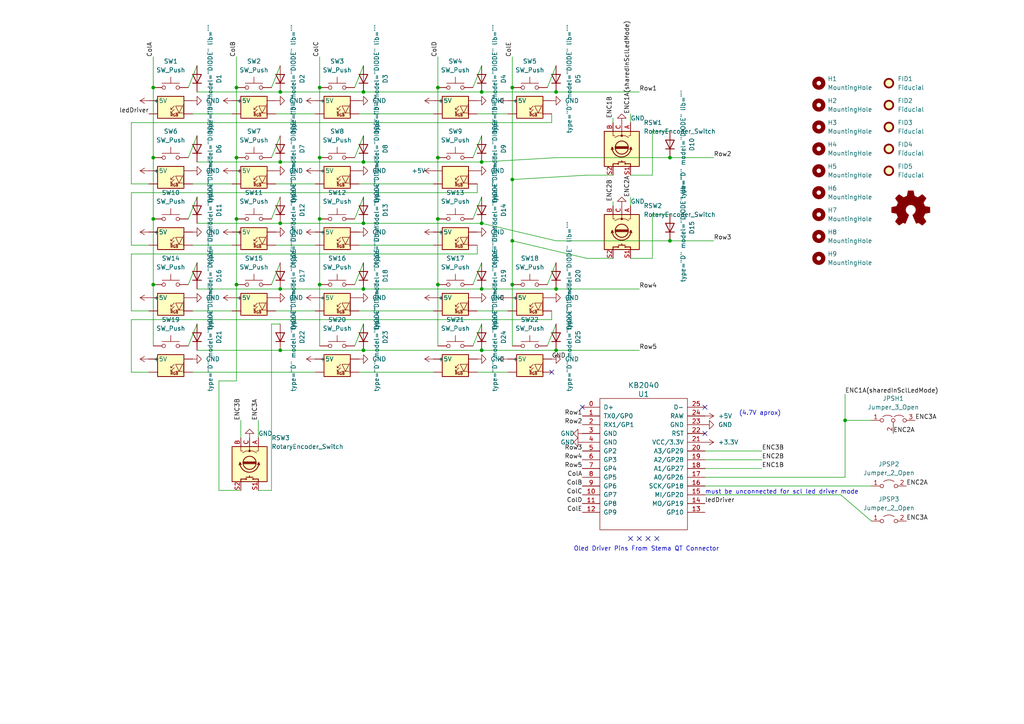
<source format=kicad_sch>
(kicad_sch (version 20211123) (generator eeschema)
  (paper "A4")
  (title_block (title "SouthPaw") (rev "ES2") (company "PeteCB"))
  (lib_symbols
    (symbol "Device:RotaryEncoder_Switch" (pin_names (offset 0.254) hide)
      (property "Reference" "SW" (at 0 6.604 0))
      (property "Value" "RotaryEncoder_Switch" (at 0 -6.604 0))
      (symbol "RotaryEncoder_Switch_1_1"
        (pin passive line (at -7.62 2.54 0) (length 2.54) (name "A") (number "A"))
        (pin passive line (at -7.62 -2.54 0) (length 2.54) (name "B") (number "B"))
        (pin passive line (at -7.62 0 0) (length 2.54) (name "C") (number "C"))
        (pin passive line (at 7.62 2.54 180) (length 2.54) (name "S1") (number "S1"))
        (pin passive line (at 7.62 -2.54 180) (length 2.54) (name "S2") (number "S2"))
      )
    )
    (symbol "Graphic:Logo_Open_Hardware_Small" (pin_names (offset 1.016)))
    (symbol "Jumper:Jumper_2_Open" (pin_names (offset 0) hide)
      (property "Reference" "JP" (at 0 2.794 0))
      (property "Value" "Jumper_2_Open" (at 0 -2.286 0))
      (symbol "Jumper_2_Open_1_1"
        (pin passive line (at -5.08 0 0) (length 2.54) (name "A") (number "1"))
        (pin passive line (at 5.08 0 180) (length 2.54) (name "B") (number "2"))
      )
    )
    (symbol "Jumper:Jumper_3_Open" (pin_names (offset 0) hide)
      (property "Reference" "JP" (at -2.54 -2.54 0))
      (property "Value" "Jumper_3_Open" (at 0 2.794 0))
      (symbol "Jumper_3_Open_1_1"
        (pin passive line (at -6.35 0 0) (length 2.54) (name "A") (number "1"))
        (pin passive line (at 0 -3.81 90) (length 2.54) (name "C") (number "2"))
        (pin passive line (at 6.35 0 180) (length 2.54) (name "B") (number "3"))
      )
    )
    (symbol "Mechanical:Fiducial"
      (property "Reference" "FID" (at 0 5.08 0))
      (property "Value" "Fiducial" (at 0 3.175 0))
    )
    (symbol "Mechanical:MountingHole" (pin_names (offset 1.016))
      (property "Reference" "H" (at 0 5.08 0))
      (property "Value" "MountingHole" (at 0 3.175 0))
    )
    (symbol "MountingHole_1" (pin_names (offset 1.016))
      (property "Reference" "H" (at 0 5.08 0))
      (property "Value" "MountingHole_1" (at 0 3.175 0))
    )
    (symbol "PeteCB:KB2040_pins_only" (pin_names (offset 1.016))
      (property "Reference" "U1" (at 0 20.32 0))
      (property "Value" "KB2040" (at 0 22.86 0))
      (symbol "KB2040_pins_only_1_1"
        (pin input line (at -17.78 16.51 0) (length 5.08) (name "D+") (number "0"))
        (pin input line (at -17.78 13.97 0) (length 5.08) (name "TX0/GP0") (number "1"))
        (pin input line (at -17.78 -8.89 0) (length 5.08) (name "GP7") (number "10"))
        (pin input line (at -17.78 -11.43 0) (length 5.08) (name "GP8") (number "11"))
        (pin input line (at -17.78 -13.97 0) (length 5.08) (name "GP9") (number "12"))
        (pin input line (at 17.78 -13.97 180) (length 5.08) (name "GP10") (number "13"))
        (pin input line (at 17.78 -11.43 180) (length 5.08) (name "MO/GP19") (number "14"))
        (pin input line (at 17.78 -8.89 180) (length 5.08) (name "MI/GP20") (number "15"))
        (pin input line (at 17.78 -6.35 180) (length 5.08) (name "SCK/GP18") (number "16"))
        (pin input line (at 17.78 -3.81 180) (length 5.08) (name "A0/GP26") (number "17"))
        (pin input line (at 17.78 -1.27 180) (length 5.08) (name "A1/GP27") (number "18"))
        (pin input line (at 17.78 1.27 180) (length 5.08) (name "A2/GP28") (number "19"))
        (pin input line (at -17.78 11.43 0) (length 5.08) (name "RX1/GP1") (number "2"))
        (pin input line (at 17.78 3.81 180) (length 5.08) (name "A3/GP29") (number "20"))
        (pin power_out line (at 17.78 6.35 180) (length 5.08) (name "VCC/3.3V") (number "21"))
        (pin input line (at 17.78 8.89 180) (length 5.08) (name "RST") (number "22"))
        (pin power_out line (at 17.78 11.43 180) (length 5.08) (name "GND") (number "23"))
        (pin power_out line (at 17.78 13.97 180) (length 5.08) (name "RAW") (number "24"))
        (pin input line (at 17.78 16.51 180) (length 5.08) (name "D-") (number "25"))
        (pin power_out line (at -17.78 8.89 0) (length 5.08) (name "GND") (number "3"))
        (pin power_out line (at -17.78 6.35 0) (length 5.08) (name "GND") (number "4"))
        (pin input line (at -17.78 3.81 0) (length 5.08) (name "GP2") (number "5"))
        (pin input line (at -17.78 1.27 0) (length 5.08) (name "GP3") (number "6"))
        (pin input line (at -17.78 -1.27 0) (length 5.08) (name "GP4") (number "7"))
        (pin input line (at -17.78 -3.81 0) (length 5.08) (name "GP5") (number "8"))
        (pin input line (at -17.78 -6.35 0) (length 5.08) (name "GP6") (number "9"))
      )
    )
    (symbol "PeteCB:SW_Push_With_WS2812" (pin_numbers hide) (pin_names (offset 1.016) hide)
      (property "Reference" "SW" (at 1.27 2.54 0))
      (property "Value" "SW_Push_With_WS2812" (at 0 -1.524 0))
      (symbol "SW_Push_With_WS2812_0_0"
        (text "RGB" (at 1.016 -8.001 0) (effects (font (size 0.762 0.762))))
      )
      (symbol "SW_Push_With_WS2812_0_1"
        (pin passive line (at -5.08 0 0) (length 2.54) (name "sw1") (number "11"))
        (pin passive line (at 5.08 0 180) (length 2.54) (name "sw2") (number "12"))
      )
      (symbol "SW_Push_With_WS2812_1_1"
        (pin power_in line (at -6.35 -3.81 0) (length 2.54) (name "ledVDD") (number "21"))
        (pin output line (at 6.35 -7.62 180) (length 2.54) (name "ledDOUT") (number "22"))
        (pin power_in line (at 6.35 -3.81 180) (length 2.54) (name "ledGND") (number "23"))
        (pin input line (at -6.35 -7.62 0) (length 2.54) (name "ledDIN") (number "24"))
      )
    )
    (symbol "Simulation_SPICE:DIODE" (pin_numbers hide) (pin_names (offset 1.016) hide)
      (property "Reference" "D" (at 0 2.54 0))
      (property "Value" "DIODE" (at 0 -2.54 0))
      (symbol "DIODE_1_1"
        (pin passive line (at -3.81 0 0) (length 2.54) (name "A") (number "1"))
        (pin passive line (at 3.81 0 180) (length 2.54) (name "K") (number "2"))
      )
    )
    (symbol "power:+3.3V" (power) (pin_names (offset 0))
      (property "Value" "+3.3V" (at 0 3.556 0))
      (symbol "+3.3V_1_1"
        (pin power_in line (at 0 0 90) (length 0) hide (name "+3.3V") (number "1"))
      )
    )
    (symbol "power:+5V" (power) (pin_names (offset 0))
      (property "Value" "+5V" (at 0 3.556 0))
      (symbol "+5V_1_1"
        (pin power_in line (at 0 0 90) (length 0) hide (name "+5V") (number "1"))
      )
    )
    (symbol "power:GND" (power) (pin_names (offset 0))
      (property "Value" "GND" (at 0 -3.81 0))
      (symbol "GND_1_1"
        (pin power_in line (at 0 0 270) (length 0) hide (name "GND") (number "1"))
      )
    )
  )
  (junction (at 81.28 101.6))
  (junction (at 139.7 26.67))
  (junction (at 139.7 46.99))
  (junction (at 161.29 83.82))
  (junction (at 92.71 82.55))
  (junction (at 161.29 101.6))
  (junction (at 127 45.72))
  (junction (at 105.41 101.6))
  (junction (at 127 63.5))
  (junction (at 194.31 45.72))
  (junction (at 68.58 25.4))
  (junction (at 92.71 25.4))
  (junction (at 148.59 69.85))
  (junction (at 81.28 26.67))
  (junction (at 194.31 69.85))
  (junction (at 127 25.4))
  (junction (at 92.71 45.72))
  (junction (at 81.28 46.99))
  (junction (at 105.41 26.67))
  (junction (at 44.45 45.72))
  (junction (at 68.58 63.5))
  (junction (at 68.58 82.55))
  (junction (at 148.59 52.07))
  (junction (at 139.7 83.82))
  (junction (at 44.45 63.5))
  (junction (at 139.7 64.77))
  (junction (at 105.41 64.77))
  (junction (at 68.58 45.72))
  (junction (at 139.7 101.6))
  (junction (at 92.71 63.5))
  (junction (at 105.41 83.82))
  (junction (at 245.11 121.92))
  (junction (at 148.59 25.4))
  (junction (at 44.45 25.4))
  (junction (at 161.29 26.67))
  (junction (at 81.28 83.82))
  (junction (at 148.59 82.55))
  (junction (at 105.41 46.99))
  (junction (at 81.28 64.77))
  (junction (at 44.45 82.55))
  (junction (at 127 82.55))
  (no_connect (at 160.02 107.95))
  (no_connect (at 204.47 125.73))
  (no_connect (at 187.96 156.21))
  (no_connect (at 185.42 156.21))
  (no_connect (at 182.88 156.21))
  (no_connect (at 190.5 156.21))
  (no_connect (at 168.91 118.11))
  (no_connect (at 204.47 118.11))
  (wire (pts (xy 44.45 100.33) (xy 44.45 82.55)))
  (wire (pts (xy 161.29 19.05) (xy 158.75 25.4)))
  (wire (pts (xy 69.85 121.92) (xy 69.85 127)))
  (wire (pts (xy 139.7 19.05) (xy 137.16 25.4)))
  (wire (pts (xy 38.1 35.56) (xy 38.1 53.34)))
  (wire (pts (xy 189.23 62.23) (xy 189.23 74.93)))
  (wire (pts (xy 55.88 107.95) (xy 91.44 107.95)))
  (wire (pts (xy 104.14 33.02) (xy 125.73 33.02)))
  (wire (pts (xy 127 45.72) (xy 127 63.5)))
  (wire (pts (xy 57.15 76.2) (xy 54.61 82.55)))
  (wire (pts (xy 68.58 45.72) (xy 68.58 63.5)))
  (wire (pts (xy 204.47 140.97) (xy 252.73 140.97)))
  (wire (pts (xy 139.7 83.82) (xy 161.29 83.82)))
  (wire (pts (xy 105.41 19.05) (xy 102.87 25.4)))
  (wire (pts (xy 220.98 135.89) (xy 204.47 135.89)))
  (wire (pts (xy 55.88 71.12) (xy 67.31 71.12)))
  (wire (pts (xy 139.7 93.98) (xy 137.16 100.33)))
  (wire (pts (xy 220.98 133.35) (xy 204.47 133.35)))
  (wire (pts (xy 127 25.4) (xy 127 45.72)))
  (wire (pts (xy 148.59 25.4) (xy 148.59 52.07)))
  (wire (pts (xy 38.1 73.66) (xy 38.1 90.17)))
  (wire (pts (xy 80.01 71.12) (xy 91.44 71.12)))
  (wire (pts (xy 57.15 57.15) (xy 54.61 63.5)))
  (wire (pts (xy 182.88 33.02) (xy 182.88 35.56)))
  (wire (pts (xy 148.59 16.51) (xy 148.59 25.4)))
  (wire (pts (xy 189.23 38.1) (xy 194.31 38.1)))
  (wire (pts (xy 138.43 33.02) (xy 147.32 33.02)))
  (wire (pts (xy 189.23 38.1) (xy 189.23 50.8)))
  (wire (pts (xy 105.41 39.37) (xy 102.87 45.72)))
  (wire (pts (xy 177.8 34.29) (xy 177.8 35.56)))
  (wire (pts (xy 44.45 25.4) (xy 44.45 16.51)))
  (wire (pts (xy 44.45 63.5) (xy 44.45 45.72)))
  (wire (pts (xy 161.29 83.82) (xy 185.42 83.82)))
  (wire (pts (xy 204.47 138.43) (xy 245.11 138.43)))
  (wire (pts (xy 139.7 26.67) (xy 161.29 26.67)))
  (wire (pts (xy 81.28 76.2) (xy 78.74 82.55)))
  (wire (pts (xy 182.88 74.93) (xy 189.23 74.93)))
  (wire (pts (xy 170.18 50.8) (xy 148.59 52.07)))
  (wire (pts (xy 81.28 64.77) (xy 105.41 64.77)))
  (wire (pts (xy 161.29 69.85) (xy 194.31 69.85)))
  (wire (pts (xy 68.58 25.4) (xy 68.58 45.72)))
  (wire (pts (xy 182.88 50.8) (xy 189.23 50.8)))
  (wire (pts (xy 68.58 16.51) (xy 68.58 25.4)))
  (wire (pts (xy 138.43 55.88) (xy 38.1 55.88)))
  (wire (pts (xy 105.41 101.6) (xy 139.7 101.6)))
  (wire (pts (xy 74.93 121.92) (xy 74.93 127)))
  (wire (pts (xy 204.47 143.51) (xy 243.84 143.51)))
  (wire (pts (xy 161.29 26.67) (xy 185.42 26.67)))
  (wire (pts (xy 80.01 33.02) (xy 91.44 33.02)))
  (wire (pts (xy 161.29 101.6) (xy 185.42 101.6)))
  (wire (pts (xy 161.29 45.72) (xy 139.7 46.99)))
  (wire (pts (xy 57.15 26.67) (xy 81.28 26.67)))
  (wire (pts (xy 63.5 110.49) (xy 63.5 142.24)))
  (wire (pts (xy 38.1 107.95) (xy 43.18 107.95)))
  (wire (pts (xy 57.15 93.98) (xy 54.61 100.33)))
  (wire (pts (xy 138.43 107.95) (xy 147.32 107.95)))
  (wire (pts (xy 139.7 57.15) (xy 137.16 63.5)))
  (wire (pts (xy 220.98 130.81) (xy 204.47 130.81)))
  (wire (pts (xy 104.14 71.12) (xy 125.73 71.12)))
  (wire (pts (xy 44.45 82.55) (xy 44.45 63.5)))
  (wire (pts (xy 92.71 16.51) (xy 92.71 25.4)))
  (wire (pts (xy 170.18 50.8) (xy 177.8 50.8)))
  (wire (pts (xy 182.88 57.15) (xy 182.88 59.69)))
  (wire (pts (xy 92.71 25.4) (xy 92.71 45.72)))
  (wire (pts (xy 68.58 63.5) (xy 68.58 82.55)))
  (wire (pts (xy 127 63.5) (xy 127 82.55)))
  (wire (pts (xy 63.5 142.24) (xy 69.85 142.24)))
  (wire (pts (xy 81.28 83.82) (xy 105.41 83.82)))
  (wire (pts (xy 80.01 90.17) (xy 91.44 90.17)))
  (wire (pts (xy 92.71 82.55) (xy 92.71 100.33)))
  (wire (pts (xy 78.74 93.98) (xy 81.28 93.98)))
  (wire (pts (xy 57.15 19.05) (xy 54.61 25.4)))
  (wire (pts (xy 245.11 121.92) (xy 245.11 114.3)))
  (wire (pts (xy 74.93 142.24) (xy 78.74 142.24)))
  (wire (pts (xy 57.15 39.37) (xy 54.61 45.72)))
  (wire (pts (xy 80.01 53.34) (xy 91.44 53.34)))
  (wire (pts (xy 189.23 62.23) (xy 194.31 62.23)))
  (wire (pts (xy 160.02 92.71) (xy 38.1 92.71)))
  (wire (pts (xy 55.88 90.17) (xy 67.31 90.17)))
  (wire (pts (xy 127 82.55) (xy 127 100.33)))
  (wire (pts (xy 104.14 90.17) (xy 125.73 90.17)))
  (wire (pts (xy 81.28 101.6) (xy 105.41 101.6)))
  (wire (pts (xy 207.01 45.72) (xy 194.31 45.72)))
  (wire (pts (xy 81.28 57.15) (xy 78.74 63.5)))
  (wire (pts (xy 138.43 73.66) (xy 38.1 73.66)))
  (wire (pts (xy 57.15 46.99) (xy 81.28 46.99)))
  (wire (pts (xy 138.43 53.34) (xy 138.43 55.88)))
  (wire (pts (xy 161.29 76.2) (xy 158.75 82.55)))
  (wire (pts (xy 148.59 69.85) (xy 148.59 82.55)))
  (wire (pts (xy 57.15 64.77) (xy 81.28 64.77)))
  (wire (pts (xy 177.8 58.42) (xy 177.8 59.69)))
  (wire (pts (xy 81.28 26.67) (xy 105.41 26.67)))
  (wire (pts (xy 81.28 39.37) (xy 78.74 45.72)))
  (wire (pts (xy 138.43 90.17) (xy 147.32 90.17)))
  (wire (pts (xy 105.41 83.82) (xy 139.7 83.82)))
  (wire (pts (xy 104.14 53.34) (xy 125.73 53.34)))
  (wire (pts (xy 92.71 63.5) (xy 92.71 82.55)))
  (wire (pts (xy 139.7 39.37) (xy 137.16 45.72)))
  (wire (pts (xy 148.59 52.07) (xy 148.59 69.85)))
  (wire (pts (xy 160.02 90.17) (xy 160.02 92.71)))
  (wire (pts (xy 92.71 45.72) (xy 92.71 63.5)))
  (wire (pts (xy 161.29 93.98) (xy 158.75 100.33)))
  (wire (pts (xy 245.11 121.92) (xy 252.73 121.92)))
  (wire (pts (xy 38.1 55.88) (xy 38.1 71.12)))
  (wire (pts (xy 161.29 45.72) (xy 194.31 45.72)))
  (wire (pts (xy 44.45 45.72) (xy 44.45 25.4)))
  (wire (pts (xy 207.01 69.85) (xy 194.31 69.85)))
  (wire (pts (xy 78.74 142.24) (xy 78.74 93.98)))
  (wire (pts (xy 105.41 46.99) (xy 139.7 46.99)))
  (wire (pts (xy 245.11 121.92) (xy 245.11 138.43)))
  (wire (pts (xy 160.02 33.02) (xy 160.02 35.56)))
  (wire (pts (xy 68.58 110.49) (xy 63.5 110.49)))
  (wire (pts (xy 138.43 71.12) (xy 138.43 73.66)))
  (wire (pts (xy 148.59 82.55) (xy 148.59 100.33)))
  (wire (pts (xy 105.41 76.2) (xy 102.87 82.55)))
  (wire (pts (xy 38.1 71.12) (xy 43.18 71.12)))
  (wire (pts (xy 139.7 101.6) (xy 161.29 101.6)))
  (wire (pts (xy 105.41 93.98) (xy 102.87 100.33)))
  (wire (pts (xy 38.1 92.71) (xy 38.1 107.95)))
  (wire (pts (xy 104.14 107.95) (xy 125.73 107.95)))
  (wire (pts (xy 38.1 90.17) (xy 43.18 90.17)))
  (wire (pts (xy 161.29 69.85) (xy 139.7 64.77)))
  (wire (pts (xy 38.1 53.34) (xy 43.18 53.34)))
  (wire (pts (xy 57.15 83.82) (xy 81.28 83.82)))
  (wire (pts (xy 170.18 74.93) (xy 148.59 69.85)))
  (wire (pts (xy 55.88 53.34) (xy 67.31 53.34)))
  (wire (pts (xy 55.88 33.02) (xy 67.31 33.02)))
  (wire (pts (xy 127 16.51) (xy 127 25.4)))
  (wire (pts (xy 105.41 26.67) (xy 139.7 26.67)))
  (wire (pts (xy 81.28 46.99) (xy 105.41 46.99)))
  (wire (pts (xy 57.15 101.6) (xy 81.28 101.6)))
  (wire (pts (xy 170.18 74.93) (xy 177.8 74.93)))
  (wire (pts (xy 139.7 76.2) (xy 137.16 82.55)))
  (wire (pts (xy 243.84 143.51) (xy 252.73 151.13)))
  (wire (pts (xy 105.41 57.15) (xy 102.87 63.5)))
  (wire (pts (xy 160.02 35.56) (xy 38.1 35.56)))
  (wire (pts (xy 81.28 19.05) (xy 78.74 25.4)))
  (wire (pts (xy 68.58 82.55) (xy 68.58 110.49)))
  (wire (pts (xy 105.41 64.77) (xy 139.7 64.77)))
  (text "Oled Driver Pins From Stema QT Connector" (at 166.37 160.02 0) (effects (font (size 1.27 1.27)) (justify left bottom)))
  (text "must be unconnected for scl led driver mode" (at 204.47 143.51 0) (effects (font (size 1.27 1.27)) (justify left bottom)))
  (text " (4.7V aprox)" (at 213.36 120.65 0) (effects (font (size 1.27 1.27)) (justify left bottom)))
  (label "Row3" (at 168.91 130.81 180))
  (label "Row1" (at 168.91 120.65 180))
  (label "Row4" (at 185.42 83.82 0))
  (label "ColD" (at 127 16.51 90))
  (label "ENC2A" (at 182.88 57.15 90))
  (label "ColD" (at 168.91 146.05 180))
  (label "ENC3B" (at 69.85 121.92 90))
  (label "Row2" (at 207.01 45.72 0))
  (label "ledDriver" (at 204.47 146.05 0))
  (label "ColE" (at 148.59 16.51 90))
  (label "Row3" (at 207.01 69.85 0))
  (label "ColE" (at 168.91 148.59 180))
  (label "ENC2B" (at 220.98 133.35 0))
  (label "ENC2A" (at 259.08 125.73 0))
  (label "Row1" (at 185.42 26.67 0))
  (label "ENC1B" (at 177.8 34.29 90))
  (label "GND" (at 160.02 104.14 0))
  (label "ColA" (at 168.91 138.43 180))
  (label "Row2" (at 168.91 123.19 180))
  (label "ENC1B" (at 220.98 135.89 0))
  (label "Row4" (at 168.91 133.35 180))
  (label "ColC" (at 168.91 143.51 180))
  (label "Row5" (at 168.91 135.89 180))
  (label "ENC1A(sharedInSclLedMode)" (at 245.11 114.3 0))
  (label "ENC3B" (at 220.98 130.81 0))
  (label "ColA" (at 44.45 16.51 90))
  (label "Row5" (at 185.42 101.6 0))
  (label "ENC2A" (at 262.89 140.97 0))
  (label "ENC3A" (at 262.89 151.13 0))
  (label "ColB" (at 168.91 140.97 180))
  (label "ENC3A" (at 265.43 121.92 0))
  (label "ENC3A" (at 74.93 121.92 90))
  (label "ENC2B" (at 177.8 58.42 90))
  (label "ENC1A(sharedInSclLedMode)" (at 182.88 33.02 90))
  (label "ledDriver" (at 43.18 33.02 180))
  (label "ColC" (at 92.71 16.51 90))
  (label "ColB" (at 68.58 16.51 90))
  (symbol (lib_id "Simulation_SPICE:DIODE") (at 139.7 43.18 270) (unit 1)
    (property "Reference" "D9" (at 146.05 43.18 0))
    (property "Value" "DIODE" (at 143.51 43.18 0))
    (property "Footprint" "PeteCB:Diode-dual" (effects hide))
    (property "Spice_Netlist_Enabled" "Y" (effects hide))
    (property "Spice_Primitive" "D" (effects hide))
  )
  (symbol (lib_id "Simulation_SPICE:DIODE") (at 57.15 97.79 270) (unit 1)
    (property "Reference" "D21" (at 63.5 97.79 0))
    (property "Value" "DIODE" (at 60.96 97.79 0))
    (property "Footprint" "PeteCB:Diode-dual" (effects hide))
    (property "Spice_Netlist_Enabled" "Y" (effects hide))
    (property "Spice_Primitive" "D" (effects hide))
  )
  (symbol (lib_id "Jumper:Jumper_3_Open") (at 259.08 121.92 0) (unit 1)
    (property "Reference" "JPSH1" (at 259.08 115.57 0))
    (property "Value" "Jumper_3_Open" (at 259.08 118.11 0))
    (property "Footprint" "Jumper:SolderJumper-3_P2.0mm_Open_TrianglePad1.0x1.5mm" (effects hide))
  )
  (symbol (lib_id "Mechanical:MountingHole") (at 237.49 62.23 0) (unit 1) (in_bom no)
    (property "Reference" "H7" (at 240.03 60.9599 0) (effects (justify left)))
    (property "Value" "MountingHole" (at 240.03 63.4999 0) (effects (justify left)))
    (property "Footprint" "PeteCB:m2.5 hole" (effects hide))
  )
  (symbol (lib_id "power:+5V") (at 43.18 104.14 90) (unit 1)
    (property "Reference" "#PWR0114" (effects hide))
    (property "Value" "+5V" (at 44.45 104.1399 90) (effects (justify right)))
  )
  (symbol (lib_id "Simulation_SPICE:DIODE") (at 81.28 97.79 270) (unit 1)
    (property "Reference" "D22" (at 87.63 97.79 0))
    (property "Value" "DIODE" (at 85.09 97.79 0))
    (property "Footprint" "PeteCB:Diode-dual" (effects hide))
    (property "Spice_Netlist_Enabled" "Y" (effects hide))
    (property "Spice_Primitive" "D" (effects hide))
  )
  (symbol (lib_id "power:GND") (at 80.01 86.36 90) (unit 1)
    (property "Reference" "#PWR0120" (effects hide))
    (property "Value" "GND" (at 83.82 86.3599 90) (effects (justify right)))
  )
  (symbol (lib_id "power:GND") (at 180.34 35.56 180) (unit 1)
    (property "Reference" "#PWR0143" (effects hide))
    (property "Value" "GND" (at 182.88 34.2899 0) (effects (justify right)))
  )
  (symbol (lib_id "Graphic:Logo_Open_Hardware_Small") (at 264.16 60.96 0) (unit 1) (in_bom no)
    (property "Reference" "#LOGO1" (effects hide))
    (property "Value" "Logo_Open_Hardware_Small" (effects hide))
    (property "Footprint" "PeteCB:Logo Place Holder" (effects hide))
  )
  (symbol (lib_id "Device:RotaryEncoder_Switch") (at 180.34 67.31 270) (unit 1)
    (property "Reference" "RSW2" (at 186.69 59.69 90) (effects (justify left)))
    (property "Value" "RotaryEncoder_Switch" (at 186.69 62.23 90) (effects (justify left)))
    (property "Footprint" "PeteCB:RotaryEncoder_EC11" (effects hide))
  )
  (symbol (lib_id "Mechanical:MountingHole") (at 237.49 36.83 0) (unit 1) (in_bom no)
    (property "Reference" "H3" (at 240.03 35.5599 0) (effects (justify left)))
    (property "Value" "MountingHole" (at 240.03 38.0999 0) (effects (justify left)))
    (property "Footprint" "PeteCB:m2.5 hole" (effects hide))
  )
  (symbol (lib_id "PeteCB:SW_Push_With_WS2812") (at 97.79 82.55 0) (unit 1)
    (property "Reference" "SW16" (at 97.79 74.93 0))
    (property "Value" "SW_Push" (at 97.79 77.47 0))
    (property "Footprint" "PeteCB:SW_Cherry_MX_1.00u_PCB_WITH_SK6812MINI-E" (effects hide))
  )
  (symbol (lib_id "PeteCB:SW_Push_With_WS2812") (at 73.66 25.4 0) (unit 1)
    (property "Reference" "SW2" (at 73.66 17.78 0))
    (property "Value" "SW_Push" (at 73.66 20.32 0))
    (property "Footprint" "PeteCB:SW_Cherry_MX_1.00u_PCB_WITH_SK6812MINI-E" (effects hide))
  )
  (symbol (lib_id "power:+5V") (at 147.32 29.21 90) (unit 1)
    (property "Reference" "#PWR0125" (effects hide))
    (property "Value" "+5V" (at 148.59 29.2099 90) (effects (justify right)))
  )
  (symbol (lib_id "PeteCB:SW_Push_With_WS2812") (at 97.79 45.72 0) (unit 1)
    (property "Reference" "SW8" (at 97.79 38.1 0))
    (property "Value" "SW_Push" (at 97.79 40.64 0))
    (property "Footprint" "PeteCB:SW_Cherry_MX_1.00u_PCB_WITH_SK6812MINI-E" (effects hide))
  )
  (symbol (lib_id "power:GND") (at 160.02 29.21 90) (unit 1)
    (property "Reference" "#PWR0145" (effects hide))
    (property "Value" "GND" (at 163.83 29.2099 90) (effects (justify right)))
  )
  (symbol (lib_name "MountingHole_1") (lib_id "Mechanical:MountingHole") (at 237.49 30.48 0) (unit 1) (in_bom no)
    (property "Reference" "H2" (at 240.03 29.2099 0) (effects (justify left)))
    (property "Value" "MountingHole" (at 240.03 31.7499 0) (effects (justify left)))
    (property "Footprint" "PeteCB:m2.5 hole" (effects hide))
  )
  (symbol (lib_id "power:+5V") (at 147.32 104.14 90) (unit 1)
    (property "Reference" "#PWR0135" (effects hide))
    (property "Value" "+5V" (at 148.59 104.1399 90) (effects (justify right)))
  )
  (symbol (lib_id "power:+5V") (at 67.31 29.21 90) (unit 1)
    (property "Reference" "#PWR0110" (effects hide))
    (property "Value" "+5V" (at 68.58 29.2099 90) (effects (justify right)))
  )
  (symbol (lib_id "power:+5V") (at 43.18 49.53 90) (unit 1)
    (property "Reference" "#PWR0102" (effects hide))
    (property "Value" "+5V" (at 44.45 49.5299 90) (effects (justify right)))
  )
  (symbol (lib_id "Simulation_SPICE:DIODE") (at 81.28 60.96 270) (unit 1)
    (property "Reference" "D12" (at 87.63 60.96 0))
    (property "Value" "DIODE" (at 85.09 60.96 0))
    (property "Footprint" "PeteCB:Diode-dual" (effects hide))
    (property "Spice_Netlist_Enabled" "Y" (effects hide))
    (property "Spice_Primitive" "D" (effects hide))
  )
  (symbol (lib_id "power:+5V") (at 67.31 49.53 90) (unit 1)
    (property "Reference" "#PWR0107" (effects hide))
    (property "Value" "+5V" (at 68.58 49.5299 90) (effects (justify right)))
  )
  (symbol (lib_id "Simulation_SPICE:DIODE") (at 105.41 22.86 270) (unit 1)
    (property "Reference" "D3" (at 111.76 22.86 0))
    (property "Value" "DIODE" (at 109.22 22.86 0))
    (property "Footprint" "PeteCB:Diode-dual" (effects hide))
    (property "Spice_Netlist_Enabled" "Y" (effects hide))
    (property "Spice_Primitive" "D" (effects hide))
  )
  (symbol (lib_id "power:GND") (at 104.14 49.53 90) (unit 1)
    (property "Reference" "#PWR0130" (effects hide))
    (property "Value" "GND" (at 107.95 49.5299 90) (effects (justify right)))
  )
  (symbol (lib_id "power:+5V") (at 91.44 86.36 90) (unit 1)
    (property "Reference" "#PWR0121" (effects hide))
    (property "Value" "+5V" (at 92.71 86.3599 90) (effects (justify right)))
  )
  (symbol (lib_id "Simulation_SPICE:DIODE") (at 161.29 80.01 270) (unit 1)
    (property "Reference" "D20" (at 167.64 80.01 0))
    (property "Value" "DIODE" (at 165.1 80.01 0))
    (property "Footprint" "PeteCB:Diode-dual" (effects hide))
    (property "Spice_Netlist_Enabled" "Y" (effects hide))
    (property "Spice_Primitive" "D" (effects hide))
  )
  (symbol (lib_id "Simulation_SPICE:DIODE") (at 139.7 60.96 270) (unit 1)
    (property "Reference" "D14" (at 146.05 60.96 0))
    (property "Value" "DIODE" (at 143.51 60.96 0))
    (property "Footprint" "PeteCB:Diode-dual" (effects hide))
    (property "Spice_Netlist_Enabled" "Y" (effects hide))
    (property "Spice_Primitive" "D" (effects hide))
  )
  (symbol (lib_id "Jumper:Jumper_2_Open") (at 257.81 151.13 0) (unit 1)
    (property "Reference" "JPSP3" (at 257.81 144.78 0))
    (property "Value" "Jumper_2_Open" (at 257.81 147.32 0))
    (property "Footprint" "Jumper:SolderJumper-2_P1.3mm_Open_TrianglePad1.0x1.5mm" (effects hide))
  )
  (symbol (lib_id "PeteCB:SW_Push_With_WS2812") (at 132.08 82.55 0) (unit 1)
    (property "Reference" "SW17" (at 132.08 74.93 0))
    (property "Value" "SW_Push" (at 132.08 77.47 0))
    (property "Footprint" "PeteCB:SW_Cherry_MX_1.00u_PCB_WITH_SK6812MINI-E" (effects hide))
  )
  (symbol (lib_id "Device:RotaryEncoder_Switch") (at 180.34 43.18 270) (unit 1)
    (property "Reference" "RSW1" (at 186.69 35.56 90) (effects (justify left)))
    (property "Value" "RotaryEncoder_Switch" (at 186.69 38.1 90) (effects (justify left)))
    (property "Footprint" "PeteCB:RotaryEncoder_EC11" (effects hide))
  )
  (symbol (lib_id "power:+5V") (at 91.44 104.14 90) (unit 1)
    (property "Reference" "#PWR0122" (effects hide))
    (property "Value" "+5V" (at 92.71 104.1399 90) (effects (justify right)))
  )
  (symbol (lib_id "Simulation_SPICE:DIODE") (at 57.15 60.96 270) (unit 1)
    (property "Reference" "D11" (at 63.5 60.96 0))
    (property "Value" "DIODE" (at 60.96 60.96 0))
    (property "Footprint" "PeteCB:Diode-dual" (effects hide))
    (property "Spice_Netlist_Enabled" "Y" (effects hide))
    (property "Spice_Primitive" "D" (effects hide))
  )
  (symbol (lib_id "PeteCB:SW_Push_With_WS2812") (at 132.08 63.5 0) (unit 1)
    (property "Reference" "SW13" (at 132.08 55.88 0))
    (property "Value" "SW_Push" (at 132.08 58.42 0))
    (property "Footprint" "PeteCB:SW_Cherry_MX_1.00u_PCB_WITH_SK6812MINI-E" (effects hide))
  )
  (symbol (lib_id "power:GND") (at 160.02 104.14 90) (unit 1)
    (property "Reference" "#PWR0142" (effects hide))
    (property "Value" "GND" (at 163.83 104.1399 90) (effects (justify right)))
  )
  (symbol (lib_id "PeteCB:SW_Push_With_WS2812") (at 49.53 45.72 0) (unit 1)
    (property "Reference" "SW6" (at 49.53 38.1 0))
    (property "Value" "SW_Push" (at 49.53 40.64 0))
    (property "Footprint" "PeteCB:SW_Cherry_MX_1.00u_PCB_WITH_SK6812MINI-E" (effects hide))
  )
  (symbol (lib_id "PeteCB:SW_Push_With_WS2812") (at 73.66 45.72 0) (unit 1)
    (property "Reference" "SW7" (at 73.66 38.1 0))
    (property "Value" "SW_Push" (at 73.66 40.64 0))
    (property "Footprint" "PeteCB:SW_Cherry_MX_1.00u_PCB_WITH_SK6812MINI-E" (effects hide))
  )
  (symbol (lib_id "power:GND") (at 80.01 29.21 90) (unit 1)
    (property "Reference" "#PWR0112" (effects hide))
    (property "Value" "GND" (at 83.82 29.2099 90) (effects (justify right)))
  )
  (symbol (lib_id "power:+5V") (at 147.32 86.36 90) (unit 1)
    (property "Reference" "#PWR0151" (effects hide))
    (property "Value" "+5V" (at 148.59 86.3599 90) (effects (justify right)))
  )
  (symbol (lib_id "Simulation_SPICE:DIODE") (at 57.15 43.18 270) (unit 1)
    (property "Reference" "D6" (at 63.5 43.18 0))
    (property "Value" "DIODE" (at 60.96 43.18 0))
    (property "Footprint" "PeteCB:Diode-dual" (effects hide))
    (property "Spice_Netlist_Enabled" "Y" (effects hide))
    (property "Spice_Primitive" "D" (effects hide))
  )
  (symbol (lib_id "Mechanical:Fiducial") (at 257.81 36.83 0) (unit 1) (in_bom no)
    (property "Reference" "FID3" (at 260.35 35.5599 0) (effects (justify left)))
    (property "Value" "Fiducial" (at 260.35 38.0999 0) (effects (justify left)))
    (property "Footprint" "Fiducial:Fiducial_0.5mm_Mask1mm" (effects hide))
  )
  (symbol (lib_id "Simulation_SPICE:DIODE") (at 105.41 43.18 270) (unit 1)
    (property "Reference" "D8" (at 111.76 43.18 0))
    (property "Value" "DIODE" (at 109.22 43.18 0))
    (property "Footprint" "PeteCB:Diode-dual" (effects hide))
    (property "Spice_Netlist_Enabled" "Y" (effects hide))
    (property "Spice_Primitive" "D" (effects hide))
  )
  (symbol (lib_id "Simulation_SPICE:DIODE") (at 161.29 22.86 270) (unit 1)
    (property "Reference" "D5" (at 167.64 22.86 0))
    (property "Value" "DIODE" (at 165.1 22.86 0))
    (property "Footprint" "PeteCB:Diode-dual" (effects hide))
    (property "Spice_Netlist_Enabled" "Y" (effects hide))
    (property "Spice_Primitive" "D" (effects hide))
  )
  (symbol (lib_id "power:+5V") (at 125.73 67.31 90) (unit 1)
    (property "Reference" "#PWR0133" (effects hide))
    (property "Value" "+5V" (at 127 67.3099 90) (effects (justify right)))
  )
  (symbol (lib_id "Simulation_SPICE:DIODE") (at 194.31 66.04 270) (unit 1)
    (property "Reference" "D15" (at 200.66 66.04 0))
    (property "Value" "DIODE" (at 198.12 66.04 0))
    (property "Footprint" "PeteCB:Diode-dual" (effects hide))
    (property "Spice_Netlist_Enabled" "Y" (effects hide))
    (property "Spice_Primitive" "D" (effects hide))
  )
  (symbol (lib_id "power:GND") (at 55.88 49.53 90) (unit 1)
    (property "Reference" "#PWR0108" (effects hide))
    (property "Value" "GND" (at 59.69 49.5299 90) (effects (justify right)))
  )
  (symbol (lib_id "PeteCB:SW_Push_With_WS2812") (at 132.08 100.33 0) (unit 1)
    (property "Reference" "SW21" (at 132.08 92.71 0))
    (property "Value" "SW_Push" (at 132.08 95.25 0))
    (property "Footprint" "PeteCB:SW_Cherry_MX_1.00u_PCB_WITH_SK6812MINI-E" (effects hide))
  )
  (symbol (lib_id "power:+5V") (at 125.73 104.14 90) (unit 1)
    (property "Reference" "#PWR0140" (effects hide))
    (property "Value" "+5V" (at 127 104.1399 90) (effects (justify right)))
  )
  (symbol (lib_id "PeteCB:KB2040_pins_only") (at 186.69 134.62 0) (unit 1)
    (property "Reference" "U1" (at 186.69 114.3 0) (effects (font (size 1.524 1.524))))
    (property "Value" "KB2040" (at 186.69 111.76 0) (effects (font (size 1.524 1.524))))
    (property "Footprint" "PeteCB:KB2040 through hole only (top mount with hotpins 3d model view)" (effects hide))
  )
  (symbol (lib_id "power:GND") (at 55.88 86.36 90) (unit 1)
    (property "Reference" "#PWR0118" (effects hide))
    (property "Value" "GND" (at 59.69 86.3599 90) (effects (justify right)))
  )
  (symbol (lib_id "Simulation_SPICE:DIODE") (at 194.31 41.91 270) (unit 1)
    (property "Reference" "D10" (at 200.66 41.91 0))
    (property "Value" "DIODE" (at 198.12 41.91 0))
    (property "Footprint" "PeteCB:Diode-dual" (effects hide))
    (property "Spice_Netlist_Enabled" "Y" (effects hide))
    (property "Spice_Primitive" "D" (effects hide))
  )
  (symbol (lib_id "power:GND") (at 80.01 49.53 90) (unit 1)
    (property "Reference" "#PWR0101" (effects hide))
    (property "Value" "GND" (at 83.82 49.5299 90) (effects (justify right)))
  )
  (symbol (lib_id "power:+5V") (at 125.73 49.53 90) (unit 1)
    (property "Reference" "#PWR0131" (effects hide))
    (property "Value" "+5V" (at 119.38 49.53 90) (effects (justify right)))
  )
  (symbol (lib_id "Simulation_SPICE:DIODE") (at 81.28 43.18 270) (unit 1)
    (property "Reference" "D7" (at 87.63 43.18 0))
    (property "Value" "DIODE" (at 85.09 43.18 0))
    (property "Footprint" "PeteCB:Diode-dual" (effects hide))
    (property "Spice_Netlist_Enabled" "Y" (effects hide))
    (property "Spice_Primitive" "D" (effects hide))
  )
  (symbol (lib_id "power:GND") (at 55.88 67.31 90) (unit 1)
    (property "Reference" "#PWR0105" (effects hide))
    (property "Value" "GND" (at 59.69 67.3099 90) (effects (justify right)))
  )
  (symbol (lib_id "power:+5V") (at 91.44 49.53 90) (unit 1)
    (property "Reference" "#PWR0127" (effects hide))
    (property "Value" "+5V" (at 92.71 49.5299 90) (effects (justify right)))
  )
  (symbol (lib_id "PeteCB:SW_Push_With_WS2812") (at 97.79 100.33 0) (unit 1)
    (property "Reference" "SW20" (at 97.79 92.71 0))
    (property "Value" "SW_Push" (at 97.79 95.25 0))
    (property "Footprint" "PeteCB:SW_Cherry_MX_2.00u_PCB_WITH_SK6812MINI-E" (effects hide))
  )
  (symbol (lib_id "power:GND") (at 204.47 123.19 90) (unit 1)
    (property "Reference" "#PWR0148" (effects hide))
    (property "Value" "GND" (at 208.28 123.1899 90) (effects (justify right)))
  )
  (symbol (lib_id "power:+5V") (at 91.44 67.31 90) (unit 1)
    (property "Reference" "#PWR0126" (effects hide))
    (property "Value" "+5V" (at 92.71 67.3099 90) (effects (justify right)))
  )
  (symbol (lib_id "Simulation_SPICE:DIODE") (at 105.41 60.96 270) (unit 1)
    (property "Reference" "D13" (at 111.76 60.96 0))
    (property "Value" "DIODE" (at 109.22 60.96 0))
    (property "Footprint" "PeteCB:Diode-dual" (effects hide))
    (property "Spice_Netlist_Enabled" "Y" (effects hide))
    (property "Spice_Primitive" "D" (effects hide))
  )
  (symbol (lib_id "power:+5V") (at 125.73 29.21 90) (unit 1)
    (property "Reference" "#PWR0124" (effects hide))
    (property "Value" "+5V" (at 127 29.2099 90) (effects (justify right)))
  )
  (symbol (lib_id "power:+5V") (at 43.18 86.36 90) (unit 1)
    (property "Reference" "#PWR0115" (effects hide))
    (property "Value" "+5V" (at 44.45 86.3599 90) (effects (justify right)))
  )
  (symbol (lib_id "power:GND") (at 104.14 104.14 90) (unit 1)
    (property "Reference" "#PWR0139" (effects hide))
    (property "Value" "GND" (at 107.95 104.1399 90) (effects (justify right)))
  )
  (symbol (lib_id "PeteCB:SW_Push_With_WS2812") (at 73.66 82.55 0) (unit 1)
    (property "Reference" "SW15" (at 73.66 74.93 0))
    (property "Value" "SW_Push" (at 73.66 77.47 0))
    (property "Footprint" "PeteCB:SW_Cherry_MX_1.00u_PCB_WITH_SK6812MINI-E" (effects hide))
  )
  (symbol (lib_id "power:GND") (at 104.14 29.21 90) (unit 1)
    (property "Reference" "#PWR0128" (effects hide))
    (property "Value" "GND" (at 107.95 29.2099 90) (effects (justify right)))
  )
  (symbol (lib_id "Mechanical:MountingHole") (at 237.49 68.58 0) (unit 1) (in_bom no)
    (property "Reference" "H8" (at 240.03 67.3099 0) (effects (justify left)))
    (property "Value" "MountingHole" (at 240.03 69.8499 0) (effects (justify left)))
    (property "Footprint" "PeteCB:m2.5 hole" (effects hide))
  )
  (symbol (lib_id "power:+5V") (at 43.18 67.31 90) (unit 1)
    (property "Reference" "#PWR0103" (effects hide))
    (property "Value" "+5V" (at 44.45 67.3099 90) (effects (justify right)))
  )
  (symbol (lib_id "PeteCB:SW_Push_With_WS2812") (at 153.67 100.33 0) (unit 1)
    (property "Reference" "SW22" (at 153.67 92.71 0))
    (property "Value" "SW_Push" (at 153.67 95.25 0))
    (property "Footprint" "PeteCB:SW_Cherry_MX_2.00u_PCB_WITH_SK6812MINI-E" (effects hide))
  )
  (symbol (lib_id "power:GND") (at 168.91 128.27 270) (unit 1)
    (property "Reference" "#PWR0146" (effects hide))
    (property "Value" "GND" (at 162.56 128.27 90) (effects (justify left)))
  )
  (symbol (lib_id "power:GND") (at 104.14 67.31 90) (unit 1)
    (property "Reference" "#PWR0134" (effects hide))
    (property "Value" "GND" (at 107.95 67.3099 90) (effects (justify right)))
  )
  (symbol (lib_id "Simulation_SPICE:DIODE") (at 57.15 80.01 270) (unit 1)
    (property "Reference" "D16" (at 63.5 80.01 0))
    (property "Value" "DIODE" (at 60.96 80.01 0))
    (property "Footprint" "PeteCB:Diode-dual" (effects hide))
    (property "Spice_Netlist_Enabled" "Y" (effects hide))
    (property "Spice_Primitive" "D" (effects hide))
  )
  (symbol (lib_id "Mechanical:MountingHole") (at 237.49 49.53 0) (unit 1) (in_bom no)
    (property "Reference" "H5" (at 240.03 48.2599 0) (effects (justify left)))
    (property "Value" "MountingHole" (at 240.03 50.7999 0) (effects (justify left)))
    (property "Footprint" "PeteCB:m2.5 hole" (effects hide))
  )
  (symbol (lib_id "Simulation_SPICE:DIODE") (at 139.7 22.86 270) (unit 1)
    (property "Reference" "D4" (at 146.05 22.86 0))
    (property "Value" "DIODE" (at 143.51 22.86 0))
    (property "Footprint" "PeteCB:Diode-dual" (effects hide))
    (property "Spice_Netlist_Enabled" "Y" (effects hide))
    (property "Spice_Primitive" "D" (effects hide))
  )
  (symbol (lib_id "power:+3.3V") (at 204.47 128.27 270) (unit 1)
    (property "Reference" "#PWR0149" (effects hide))
    (property "Value" "+3.3V" (at 208.28 128.2699 90) (effects (justify left)))
  )
  (symbol (lib_id "Mechanical:Fiducial") (at 257.81 43.18 0) (unit 1) (in_bom no)
    (property "Reference" "FID4" (at 260.35 41.9099 0) (effects (justify left)))
    (property "Value" "Fiducial" (at 260.35 44.4499 0) (effects (justify left)))
    (property "Footprint" "Fiducial:Fiducial_0.5mm_Mask1mm" (effects hide))
  )
  (symbol (lib_id "Simulation_SPICE:DIODE") (at 105.41 97.79 270) (unit 1)
    (property "Reference" "D23" (at 111.76 97.79 0))
    (property "Value" "DIODE" (at 109.22 97.79 0))
    (property "Footprint" "PeteCB:Diode-dual" (effects hide))
    (property "Spice_Netlist_Enabled" "Y" (effects hide))
    (property "Spice_Primitive" "D" (effects hide))
  )
  (symbol (lib_id "PeteCB:SW_Push_With_WS2812") (at 132.08 25.4 0) (unit 1)
    (property "Reference" "SW4" (at 132.08 17.78 0))
    (property "Value" "SW_Push" (at 132.08 20.32 0))
    (property "Footprint" "PeteCB:SW_Cherry_MX_1.00u_PCB_WITH_SK6812MINI-E" (effects hide))
  )
  (symbol (lib_id "Simulation_SPICE:DIODE") (at 139.7 97.79 270) (unit 1)
    (property "Reference" "D24" (at 146.05 97.79 0))
    (property "Value" "DIODE" (at 143.51 97.79 0))
    (property "Footprint" "PeteCB:Diode-dual" (effects hide))
    (property "Spice_Netlist_Enabled" "Y" (effects hide))
    (property "Spice_Primitive" "D" (effects hide))
  )
  (symbol (lib_id "PeteCB:SW_Push_With_WS2812") (at 49.53 25.4 0) (unit 1)
    (property "Reference" "SW1" (at 49.53 17.78 0))
    (property "Value" "SW_Push" (at 49.53 20.32 0))
    (property "Footprint" "PeteCB:SW_Cherry_MX_1.00u_PCB_WITH_SK6812MINI-E" (effects hide))
  )
  (symbol (lib_id "power:GND") (at 138.43 49.53 90) (unit 1)
    (property "Reference" "#PWR0132" (effects hide))
    (property "Value" "GND" (at 142.24 49.5299 90) (effects (justify right)))
  )
  (symbol (lib_id "Mechanical:MountingHole") (at 237.49 55.88 0) (unit 1) (in_bom no)
    (property "Reference" "H6" (at 240.03 54.6099 0) (effects (justify left)))
    (property "Value" "MountingHole" (at 240.03 57.1499 0) (effects (justify left)))
    (property "Footprint" "PeteCB:m2.5 hole" (effects hide))
  )
  (symbol (lib_id "PeteCB:SW_Push_With_WS2812") (at 49.53 100.33 0) (unit 1)
    (property "Reference" "SW19" (at 49.53 92.71 0))
    (property "Value" "SW_Push" (at 49.53 95.25 0))
    (property "Footprint" "PeteCB:SW_Cherry_MX_1.00u_PCB_WITH_SK6812MINI-E" (effects hide))
  )
  (symbol (lib_id "PeteCB:SW_Push_With_WS2812") (at 153.67 82.55 0) (unit 1)
    (property "Reference" "SW18" (at 153.67 74.93 0))
    (property "Value" "SW_Push" (at 153.67 77.47 0))
    (property "Footprint" "PeteCB:SW_Cherry_MX_2.00u_PCB_WITH_SK6812MINI-E" (effects hide))
  )
  (symbol (lib_id "power:GND") (at 138.43 67.31 90) (unit 1)
    (property "Reference" "#PWR0129" (effects hide))
    (property "Value" "GND" (at 142.24 67.3099 90) (effects (justify right)))
  )
  (symbol (lib_id "PeteCB:SW_Push_With_WS2812") (at 97.79 25.4 0) (unit 1)
    (property "Reference" "SW3" (at 97.79 17.78 0))
    (property "Value" "SW_Push" (at 97.79 20.32 0))
    (property "Footprint" "PeteCB:SW_Cherry_MX_1.00u_PCB_WITH_SK6812MINI-E" (effects hide))
  )
  (symbol (lib_id "PeteCB:SW_Push_With_WS2812") (at 49.53 63.5 0) (unit 1)
    (property "Reference" "SW10" (at 49.53 55.88 0))
    (property "Value" "SW_Push" (at 49.53 58.42 0))
    (property "Footprint" "PeteCB:SW_Cherry_MX_1.00u_PCB_WITH_SK6812MINI-E" (effects hide))
  )
  (symbol (lib_id "Mechanical:MountingHole") (at 237.49 24.13 0) (unit 1) (in_bom no)
    (property "Reference" "H1" (at 240.03 22.8599 0) (effects (justify left)))
    (property "Value" "MountingHole" (at 240.03 25.3999 0) (effects (justify left)))
    (property "Footprint" "PeteCB:0.91in 128x32 I2C STEMMA QT standoff only with cutout" (effects hide))
  )
  (symbol (lib_id "PeteCB:SW_Push_With_WS2812") (at 153.67 25.4 0) (unit 1)
    (property "Reference" "SW5" (at 153.67 17.78 0))
    (property "Value" "SW_Push" (at 153.67 20.32 0))
    (property "Footprint" "PeteCB:SW_Cherry_MX_1.00u_PCB_WITH_SK6812MINI-E" (effects hide))
  )
  (symbol (lib_id "Simulation_SPICE:DIODE") (at 105.41 80.01 270) (unit 1)
    (property "Reference" "D18" (at 111.76 80.01 0))
    (property "Value" "DIODE" (at 109.22 80.01 0))
    (property "Footprint" "PeteCB:Diode-dual" (effects hide))
    (property "Spice_Netlist_Enabled" "Y" (effects hide))
    (property "Spice_Primitive" "D" (effects hide))
  )
  (symbol (lib_id "Simulation_SPICE:DIODE") (at 161.29 97.79 270) (unit 1)
    (property "Reference" "D25" (at 167.64 97.79 0))
    (property "Value" "DIODE" (at 165.1 97.79 0))
    (property "Footprint" "PeteCB:Diode-dual" (effects hide))
    (property "Spice_Netlist_Enabled" "Y" (effects hide))
    (property "Spice_Primitive" "D" (effects hide))
  )
  (symbol (lib_id "power:GND") (at 160.02 86.36 90) (unit 1)
    (property "Reference" "#PWR0152" (effects hide))
    (property "Value" "GND" (at 163.83 86.3599 90) (effects (justify right)))
  )
  (symbol (lib_id "PeteCB:SW_Push_With_WS2812") (at 97.79 63.5 0) (unit 1)
    (property "Reference" "SW12" (at 97.79 55.88 0))
    (property "Value" "SW_Push" (at 97.79 58.42 0))
    (property "Footprint" "PeteCB:SW_Cherry_MX_1.00u_PCB_WITH_SK6812MINI-E" (effects hide))
  )
  (symbol (lib_id "PeteCB:SW_Push_With_WS2812") (at 132.08 45.72 0) (unit 1)
    (property "Reference" "SW9" (at 132.08 38.1 0))
    (property "Value" "SW_Push" (at 132.08 40.64 0))
    (property "Footprint" "PeteCB:SW_Cherry_MX_1.00u_PCB_WITH_SK6812MINI-E" (effects hide))
  )
  (symbol (lib_id "power:+5V") (at 125.73 86.36 90) (unit 1)
    (property "Reference" "#PWR0137" (effects hide))
    (property "Value" "+5V" (at 127 86.3599 90) (effects (justify right)))
  )
  (symbol (lib_id "power:+5V") (at 91.44 29.21 90) (unit 1)
    (property "Reference" "#PWR0113" (effects hide))
    (property "Value" "+5V" (at 92.71 29.2099 90) (effects (justify right)))
  )
  (symbol (lib_id "Mechanical:MountingHole") (at 237.49 43.18 0) (unit 1) (in_bom no)
    (property "Reference" "H4" (at 240.03 41.9099 0) (effects (justify left)))
    (property "Value" "MountingHole" (at 240.03 44.4499 0) (effects (justify left)))
    (property "Footprint" "PeteCB:m2.5 hole" (effects hide))
  )
  (symbol (lib_id "power:GND") (at 138.43 29.21 90) (unit 1)
    (property "Reference" "#PWR0123" (effects hide))
    (property "Value" "GND" (at 142.24 29.2099 90) (effects (justify right)))
  )
  (symbol (lib_id "power:GND") (at 72.39 127 180) (unit 1)
    (property "Reference" "#PWR0119" (effects hide))
    (property "Value" "GND" (at 74.93 125.7299 0) (effects (justify right)))
  )
  (symbol (lib_id "Simulation_SPICE:DIODE") (at 81.28 80.01 270) (unit 1)
    (property "Reference" "D17" (at 87.63 80.01 0))
    (property "Value" "DIODE" (at 85.09 80.01 0))
    (property "Footprint" "PeteCB:Diode-dual" (effects hide))
    (property "Spice_Netlist_Enabled" "Y" (effects hide))
    (property "Spice_Primitive" "D" (effects hide))
  )
  (symbol (lib_id "power:GND") (at 138.43 104.14 90) (unit 1)
    (property "Reference" "#PWR0136" (effects hide))
    (property "Value" "GND" (at 142.24 104.1399 90) (effects (justify right)))
  )
  (symbol (lib_id "Mechanical:Fiducial") (at 257.81 49.53 0) (unit 1) (in_bom no)
    (property "Reference" "FID5" (at 260.35 48.2599 0) (effects (justify left)))
    (property "Value" "Fiducial" (at 260.35 50.7999 0) (effects (justify left)))
    (property "Footprint" "Fiducial:Fiducial_0.5mm_Mask1mm" (effects hide))
  )
  (symbol (lib_id "Device:RotaryEncoder_Switch") (at 72.39 134.62 270) (unit 1)
    (property "Reference" "RSW3" (at 78.74 127 90) (effects (justify left)))
    (property "Value" "RotaryEncoder_Switch" (at 78.74 129.54 90) (effects (justify left)))
    (property "Footprint" "PeteCB:RotaryEncoder_EC11" (effects hide))
  )
  (symbol (lib_id "power:GND") (at 180.34 59.69 180) (unit 1)
    (property "Reference" "#PWR0144" (effects hide))
    (property "Value" "GND" (at 182.88 58.4199 0) (effects (justify right)))
  )
  (symbol (lib_id "power:+5V") (at 67.31 67.31 90) (unit 1)
    (property "Reference" "#PWR0106" (effects hide))
    (property "Value" "+5V" (at 68.58 67.3099 90) (effects (justify right)))
  )
  (symbol (lib_id "power:GND") (at 104.14 86.36 90) (unit 1)
    (property "Reference" "#PWR0141" (effects hide))
    (property "Value" "GND" (at 107.95 86.3599 90) (effects (justify right)))
  )
  (symbol (lib_id "Simulation_SPICE:DIODE") (at 57.15 22.86 270) (unit 1)
    (property "Reference" "D1" (at 63.5 22.86 0))
    (property "Value" "DIODE" (at 60.96 22.86 0))
    (property "Footprint" "PeteCB:Diode-dual" (effects hide))
    (property "Spice_Netlist_Enabled" "Y" (effects hide))
    (property "Spice_Primitive" "D" (effects hide))
  )
  (symbol (lib_id "power:GND") (at 80.01 67.31 90) (unit 1)
    (property "Reference" "#PWR0109" (effects hide))
    (property "Value" "GND" (at 83.82 67.3099 90) (effects (justify right)))
  )
  (symbol (lib_id "PeteCB:SW_Push_With_WS2812") (at 49.53 82.55 0) (unit 1)
    (property "Reference" "SW14" (at 49.53 74.93 0))
    (property "Value" "SW_Push" (at 49.53 77.47 0))
    (property "Footprint" "PeteCB:SW_Cherry_MX_1.00u_PCB_WITH_SK6812MINI-E" (effects hide))
  )
  (symbol (lib_id "power:+5V") (at 43.18 29.21 90) (unit 1)
    (property "Reference" "#PWR0104" (effects hide))
    (property "Value" "+5V" (at 44.45 29.2099 90) (effects (justify right)))
  )
  (symbol (lib_id "Mechanical:Fiducial") (at 257.81 30.48 0) (unit 1) (in_bom no)
    (property "Reference" "FID2" (at 260.35 29.2099 0) (effects (justify left)))
    (property "Value" "Fiducial" (at 260.35 31.7499 0) (effects (justify left)))
    (property "Footprint" "Fiducial:Fiducial_0.5mm_Mask1mm" (effects hide))
  )
  (symbol (lib_id "power:+5V") (at 67.31 86.36 90) (unit 1)
    (property "Reference" "#PWR0116" (effects hide))
    (property "Value" "+5V" (at 68.58 86.3599 90) (effects (justify right)))
  )
  (symbol (lib_id "power:GND") (at 168.91 125.73 270) (unit 1)
    (property "Reference" "#PWR0147" (effects hide))
    (property "Value" "GND" (at 162.56 125.73 90) (effects (justify left)))
  )
  (symbol (lib_id "power:GND") (at 55.88 29.21 90) (unit 1)
    (property "Reference" "#PWR0111" (effects hide))
    (property "Value" "GND" (at 59.69 29.2099 90) (effects (justify right)))
  )
  (symbol (lib_id "Jumper:Jumper_2_Open") (at 257.81 140.97 0) (unit 1)
    (property "Reference" "JPSP2" (at 257.81 134.62 0))
    (property "Value" "Jumper_2_Open" (at 257.81 137.16 0))
    (property "Footprint" "Jumper:SolderJumper-2_P1.3mm_Open_TrianglePad1.0x1.5mm" (effects hide))
  )
  (symbol (lib_id "Mechanical:MountingHole") (at 237.49 74.93 0) (unit 1) (in_bom no)
    (property "Reference" "H9" (at 240.03 73.6599 0) (effects (justify left)))
    (property "Value" "MountingHole" (at 240.03 76.1999 0) (effects (justify left)))
    (property "Footprint" "PeteCB:m2.5 hole" (effects hide))
  )
  (symbol (lib_id "power:GND") (at 138.43 86.36 90) (unit 1)
    (property "Reference" "#PWR0138" (effects hide))
    (property "Value" "GND" (at 142.24 86.3599 90) (effects (justify right)))
  )
  (symbol (lib_id "power:+5V") (at 204.47 120.65 270) (unit 1)
    (property "Reference" "#PWR0150" (effects hide))
    (property "Value" "+5V" (at 208.28 120.6499 90) (effects (justify left)))
  )
  (symbol (lib_id "Simulation_SPICE:DIODE") (at 81.28 22.86 270) (unit 1)
    (property "Reference" "D2" (at 87.63 22.86 0))
    (property "Value" "DIODE" (at 85.09 22.86 0))
    (property "Footprint" "PeteCB:Diode-dual" (effects hide))
    (property "Spice_Netlist_Enabled" "Y" (effects hide))
    (property "Spice_Primitive" "D" (effects hide))
  )
  (symbol (lib_id "power:GND") (at 55.88 104.14 90) (unit 1)
    (property "Reference" "#PWR0117" (effects hide))
    (property "Value" "GND" (at 59.69 104.1399 90) (effects (justify right)))
  )
  (symbol (lib_id "Simulation_SPICE:DIODE") (at 139.7 80.01 270) (unit 1)
    (property "Reference" "D19" (at 146.05 80.01 0))
    (property "Value" "DIODE" (at 143.51 80.01 0))
    (property "Footprint" "PeteCB:Diode-dual" (effects hide))
    (property "Spice_Netlist_Enabled" "Y" (effects hide))
    (property "Spice_Primitive" "D" (effects hide))
  )
  (symbol (lib_id "PeteCB:SW_Push_With_WS2812") (at 73.66 63.5 0) (unit 1)
    (property "Reference" "SW11" (at 73.66 55.88 0))
    (property "Value" "SW_Push" (at 73.66 58.42 0))
    (property "Footprint" "PeteCB:SW_Cherry_MX_1.00u_PCB_WITH_SK6812MINI-E" (effects hide))
  )
  (symbol (lib_id "Mechanical:Fiducial") (at 257.81 24.13 0) (unit 1)
    (property "Reference" "FID1" (at 260.35 22.8599 0) (effects (justify left)))
    (property "Value" "Fiducial" (at 260.35 25.3999 0) (effects (justify left)))
    (property "Footprint" "Fiducial:Fiducial_0.5mm_Mask1mm" (effects hide))
  )
)
</source>
